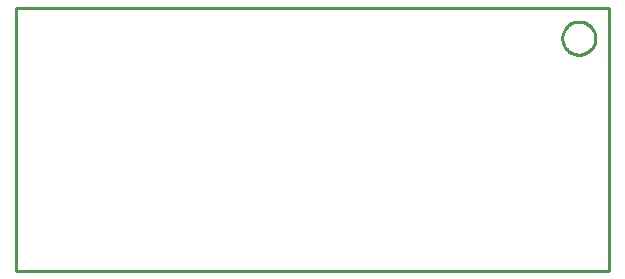
<source format=gbr>
G04 EAGLE Gerber RS-274X export*
G75*
%MOMM*%
%FSLAX34Y34*%
%LPD*%
%IN*%
%IPPOS*%
%AMOC8*
5,1,8,0,0,1.08239X$1,22.5*%
G01*
%ADD10C,0.254000*%


D10*
X50Y380D02*
X501500Y380D01*
X501500Y223140D01*
X50Y223140D01*
X50Y380D01*
X490250Y196858D02*
X490179Y195861D01*
X490036Y194871D01*
X489824Y193894D01*
X489542Y192934D01*
X489193Y191997D01*
X488777Y191087D01*
X488298Y190210D01*
X487757Y189368D01*
X487158Y188568D01*
X486503Y187812D01*
X485796Y187105D01*
X485040Y186450D01*
X484240Y185851D01*
X483398Y185310D01*
X482521Y184831D01*
X481611Y184415D01*
X480674Y184066D01*
X479715Y183784D01*
X478737Y183572D01*
X477748Y183429D01*
X476750Y183358D01*
X475750Y183358D01*
X474753Y183429D01*
X473763Y183572D01*
X472786Y183784D01*
X471826Y184066D01*
X470889Y184415D01*
X469979Y184831D01*
X469102Y185310D01*
X468260Y185851D01*
X467460Y186450D01*
X466704Y187105D01*
X465997Y187812D01*
X465342Y188568D01*
X464743Y189368D01*
X464202Y190210D01*
X463723Y191087D01*
X463307Y191997D01*
X462958Y192934D01*
X462676Y193894D01*
X462464Y194871D01*
X462321Y195861D01*
X462250Y196858D01*
X462250Y197858D01*
X462321Y198856D01*
X462464Y199845D01*
X462676Y200823D01*
X462958Y201782D01*
X463307Y202719D01*
X463723Y203629D01*
X464202Y204506D01*
X464743Y205348D01*
X465342Y206148D01*
X465997Y206904D01*
X466704Y207611D01*
X467460Y208266D01*
X468260Y208865D01*
X469102Y209406D01*
X469979Y209885D01*
X470889Y210301D01*
X471826Y210650D01*
X472786Y210932D01*
X473763Y211144D01*
X474753Y211287D01*
X475750Y211358D01*
X476750Y211358D01*
X477748Y211287D01*
X478737Y211144D01*
X479715Y210932D01*
X480674Y210650D01*
X481611Y210301D01*
X482521Y209885D01*
X483398Y209406D01*
X484240Y208865D01*
X485040Y208266D01*
X485796Y207611D01*
X486503Y206904D01*
X487158Y206148D01*
X487757Y205348D01*
X488298Y204506D01*
X488777Y203629D01*
X489193Y202719D01*
X489542Y201782D01*
X489824Y200823D01*
X490036Y199845D01*
X490179Y198856D01*
X490250Y197858D01*
X490250Y196858D01*
M02*

</source>
